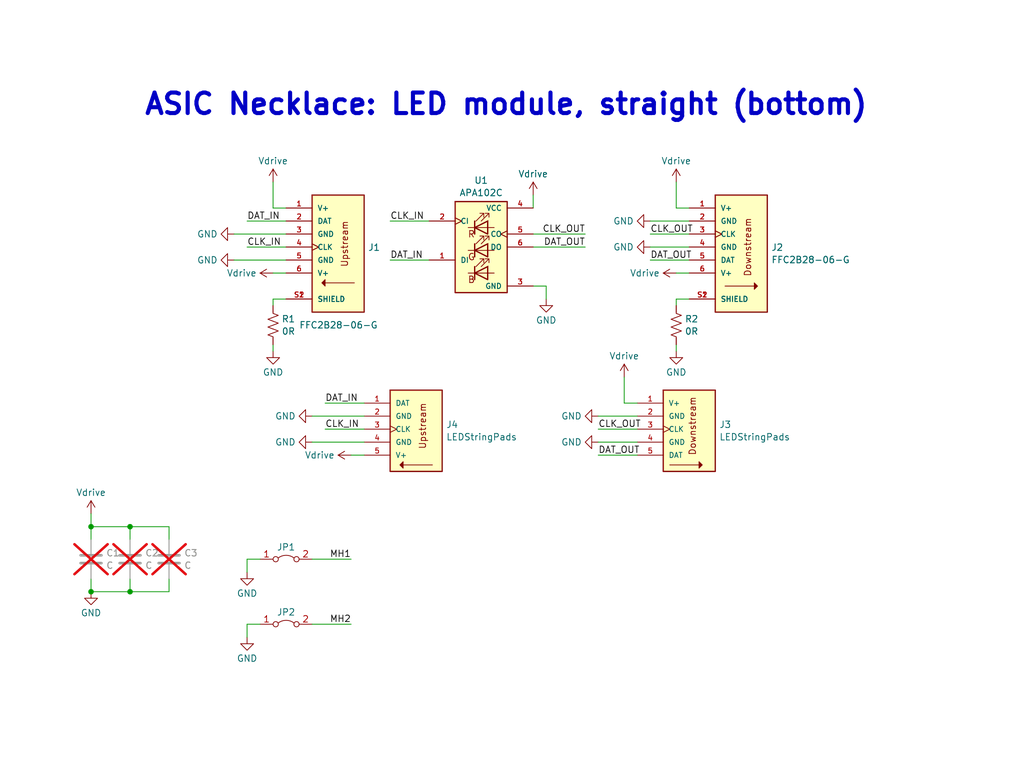
<source format=kicad_sch>
(kicad_sch (version 20230121) (generator eeschema)
  (paper "User" 200 150.012)
  (title_block (title "ASIC Necklace: LED module, straight (bottom)") (rev "1.1") (company "Psychogenic Technologies INC") (comment 1 "(C) 2023 Pat Deegan"))
  (lib_symbols
    (symbol "ASICTechno:APA102C" (pin_names (offset 1.016))
      (property "Reference" "U" (at -7.62 11.43 0))
      (property "Value" "APA102C" (at 0 -12.065 0))
      (symbol "APA102C_0_0"
        (rectangle (start -5.08 8.89) (end 5.08 -8.89) (stroke (width 0.254)) (fill (type background)))
        (text "G" (at -1.905 -1.905 0) (effects (font (size 1.27 1.27))))
        (text "R" (at -1.905 2.54 0) (effects (font (size 1.27 1.27))))
        (pin input line (at -10.16 -2.54 0) (length 5.08) (name "DI") (number "1"))
        (pin input clock (at -10.16 5.08 0) (length 5.08) (name "CI") (number "2"))
        (pin power_in line (at 10.16 -7.62 180) (length 5.08) (name "GND") (number "3"))
        (pin power_in line (at 10.16 7.62 180) (length 5.08) (name "VCC") (number "4"))
        (pin output line (at 10.16 0 180) (length 5.08) (name "DO") (number "6"))
      )
      (symbol "APA102C_0_1"
        (polyline (pts (xy -1.27 -5.08) (xy -2.54 -5.08)))
        (polyline (pts (xy -1.27 -5.08) (xy 1.27 -5.08)))
        (polyline (pts (xy -1.27 -3.81) (xy -1.27 -6.35)) (stroke (width 0.254)))
        (polyline (pts (xy -1.27 -0.635) (xy -2.54 -0.635)))
        (polyline (pts (xy -1.27 0.635) (xy -1.27 -1.905)) (stroke (width 0.254)))
        (polyline (pts (xy -1.27 3.81) (xy -2.54 3.81)))
        (polyline (pts (xy -1.27 3.81) (xy 1.27 3.81)))
        (polyline (pts (xy -1.27 5.08) (xy -1.27 2.54)) (stroke (width 0.254)))
        (polyline (pts (xy 1.27 -5.08) (xy 2.54 -5.08)))
        (polyline (pts (xy 1.27 -0.635) (xy -1.27 -0.635)))
        (polyline (pts (xy 1.27 -0.635) (xy 2.54 -0.635)))
        (polyline (pts (xy 1.27 3.81) (xy 2.54 3.81)))
        (polyline (pts (xy -1.27 0.635) (xy -1.27 -1.905) (xy -1.27 -1.905)))
        (polyline (pts (xy -1.27 5.08) (xy -1.27 2.54) (xy -1.27 2.54)))
        (polyline (pts (xy 1.27 -3.81) (xy 1.27 -6.35) (xy -1.27 -5.08) (xy 1.27 -3.81)) (stroke (width 0.254)))
        (polyline (pts (xy 1.27 0.635) (xy 1.27 -1.905) (xy -1.27 -0.635) (xy 1.27 0.635)) (stroke (width 0.254)))
        (polyline (pts (xy 1.27 5.08) (xy 1.27 2.54) (xy -1.27 3.81) (xy 1.27 5.08)) (stroke (width 0.254)))
        (polyline (pts (xy -1.016 -3.81) (xy 0.508 -2.286) (xy -0.254 -2.286) (xy 0.508 -2.286) (xy 0.508 -3.048)))
        (polyline (pts (xy -1.016 0.635) (xy 0.508 2.159) (xy -0.254 2.159) (xy 0.508 2.159) (xy 0.508 1.397)))
        (polyline (pts (xy -1.016 5.08) (xy 0.508 6.604) (xy -0.254 6.604) (xy 0.508 6.604) (xy 0.508 5.842)))
        (polyline (pts (xy 0 -3.81) (xy 1.524 -2.286) (xy 0.762 -2.286) (xy 1.524 -2.286) (xy 1.524 -3.048)))
        (polyline (pts (xy 0 0.635) (xy 1.524 2.159) (xy 0.762 2.159) (xy 1.524 2.159) (xy 1.524 1.397)))
        (polyline (pts (xy 0 5.08) (xy 1.524 6.604) (xy 0.762 6.604) (xy 1.524 6.604) (xy 1.524 5.842)))
        (rectangle (start 1.27 -1.905) (end 1.27 0.635))
        (rectangle (start 1.27 0.635) (end 1.27 0.635))
        (rectangle (start 1.27 2.54) (end 1.27 5.08))
        (rectangle (start 1.27 5.08) (end 1.27 5.08))
      )
      (symbol "APA102C_1_0"
        (text "B" (at -1.905 -6.35 0) (effects (font (size 1.27 1.27))))
        (pin output clock (at 10.16 2.54 180) (length 5.08) (name "CO") (number "5"))
      )
    )
    (symbol "ASICTechno:FFC_Downstream" (pin_names (offset 1.016))
      (property "Reference" "J" (at -5.08 10.922 0))
      (property "Value" "FFC2B28-06-G" (at -5.08 -15.24 0))
      (symbol "FFC_Downstream_0_0"
        (rectangle (start -5.08 -12.7) (end 5.08 10.16) (stroke (width 0.254)) (fill (type background)))
        (pin passive line (at -10.16 -10.16 0) (length 5.08) (name "SHIELD") (number "S1"))
        (pin passive line (at -10.16 -10.16 0) (length 5.08) (name "SHIELD") (number "S2"))
      )
      (symbol "FFC_Downstream_1_0"
        (pin passive line (at -10.16 7.62 0) (length 5.08) (name "V+") (number "1"))
        (pin passive line (at -10.16 5.08 0) (length 5.08) (name "GND") (number "2"))
        (pin output clock (at -10.16 2.54 0) (length 5.08) (name "CLK") (number "3"))
        (pin passive line (at -10.16 0 0) (length 5.08) (name "GND") (number "4"))
        (pin output line (at -10.16 -2.54 0) (length 5.08) (name "DAT") (number "5"))
        (pin passive line (at -10.16 -5.08 0) (length 5.08) (name "V+") (number "6"))
      )
      (symbol "FFC_Downstream_1_1"
        (polyline (pts (xy -3.175 -7.62) (xy 2.54 -7.62)))
        (polyline (pts (xy 3.175 -7.62) (xy 2.54 -6.985) (xy 2.54 -8.255) (xy 3.175 -7.62)) (fill (type outline)))
        (text "Downstream" (at 1.27 0 900) (effects (font (size 1.27 1.27))))
      )
    )
    (symbol "ASICTechno:FFC_Upstream" (pin_names (offset 1.016))
      (property "Reference" "J" (at -5.08 10.922 0))
      (property "Value" "FFC2B28-06-G" (at -5.08 -15.24 0))
      (symbol "FFC_Upstream_0_0"
        (rectangle (start -5.08 -12.7) (end 5.08 10.16) (stroke (width 0.254)) (fill (type background)))
        (pin passive line (at -10.16 -10.16 0) (length 5.08) (name "SHIELD") (number "S1"))
        (pin passive line (at -10.16 -10.16 0) (length 5.08) (name "SHIELD") (number "S2"))
      )
      (symbol "FFC_Upstream_1_0"
        (pin passive line (at -10.16 7.62 0) (length 5.08) (name "V+") (number "1"))
        (pin input line (at -10.16 5.08 0) (length 5.08) (name "DAT") (number "2"))
        (pin passive line (at -10.16 2.54 0) (length 5.08) (name "GND") (number "3"))
        (pin input clock (at -10.16 0 0) (length 5.08) (name "CLK") (number "4"))
        (pin passive line (at -10.16 -2.54 0) (length 5.08) (name "GND") (number "5"))
        (pin passive line (at -10.16 -5.08 0) (length 5.08) (name "V+") (number "6"))
      )
      (symbol "FFC_Upstream_1_1"
        (polyline (pts (xy 3.175 -6.985) (xy -2.54 -6.985)))
        (polyline (pts (xy -3.175 -6.985) (xy -2.54 -7.62) (xy -2.54 -6.35) (xy -3.175 -6.985)) (fill (type outline)))
        (text "Upstream" (at 1.27 0.635 900) (effects (font (size 1.27 1.27))))
      )
    )
    (symbol "ASICTechno:LEDStringPads_Down" (pin_names (offset 1.016)) (in_bom no)
      (property "Reference" "J" (at -5.08 10.922 0))
      (property "Value" "LEDStringPads" (at -6.35 -7.62 0))
      (symbol "LEDStringPads_Down_0_0"
        (rectangle (start -5.08 10.16) (end 5.08 -5.715) (stroke (width 0.254)) (fill (type background)))
      )
      (symbol "LEDStringPads_Down_1_0"
        (pin passive line (at -10.16 7.62 0) (length 5.08) (name "V+") (number "1"))
        (pin passive line (at -10.16 5.08 0) (length 5.08) (name "GND") (number "2"))
        (pin output clock (at -10.16 2.54 0) (length 5.08) (name "CLK") (number "3"))
        (pin passive line (at -10.16 0 0) (length 5.08) (name "GND") (number "4"))
        (pin output line (at -10.16 -2.54 0) (length 5.08) (name "DAT") (number "5"))
      )
      (symbol "LEDStringPads_Down_1_1"
        (polyline (pts (xy -3.81 -4.445) (xy 1.905 -4.445)))
        (polyline (pts (xy 2.54 -4.445) (xy 1.905 -3.81) (xy 1.905 -5.08) (xy 2.54 -4.445)) (fill (type outline)))
        (text "Downstream" (at 0.635 3.175 900) (effects (font (size 1.27 1.27))))
      )
    )
    (symbol "ASICTechno:LEDStringPads_Up" (pin_names (offset 1.016)) (in_bom no)
      (property "Reference" "J" (at -5.08 10.922 0))
      (property "Value" "LEDStringPads" (at -6.985 -10.16 0))
      (symbol "LEDStringPads_Up_0_0"
        (rectangle (start -5.08 7.62) (end 5.08 -8.255) (stroke (width 0.254)) (fill (type background)))
      )
      (symbol "LEDStringPads_Up_1_0"
        (pin input line (at -10.16 5.08 0) (length 5.08) (name "DAT") (number "1"))
        (pin passive line (at -10.16 2.54 0) (length 5.08) (name "GND") (number "2"))
        (pin input clock (at -10.16 0 0) (length 5.08) (name "CLK") (number "3"))
        (pin passive line (at -10.16 -2.54 0) (length 5.08) (name "GND") (number "4"))
        (pin passive line (at -10.16 -5.08 0) (length 5.08) (name "V+") (number "5"))
      )
      (symbol "LEDStringPads_Up_1_1"
        (polyline (pts (xy 3.175 -6.985) (xy -2.54 -6.985)))
        (polyline (pts (xy -3.175 -6.985) (xy -2.54 -7.62) (xy -2.54 -6.35) (xy -3.175 -6.985)) (fill (type outline)))
        (text "Upstream" (at 1.27 0.635 900) (effects (font (size 1.27 1.27))))
      )
    )
    (symbol "Device:C" (pin_numbers hide) (pin_names (offset 0.254))
      (property "Reference" "C" (at 0.635 2.54 0))
      (property "Value" "C" (at 0.635 -2.54 0))
      (symbol "C_0_1"
        (polyline (pts (xy -2.032 -0.762) (xy 2.032 -0.762)) (stroke (width 0.508)))
        (polyline (pts (xy -2.032 0.762) (xy 2.032 0.762)) (stroke (width 0.508)))
      )
      (symbol "C_1_1"
        (pin passive line (at 0 3.81 270) (length 2.794) (name "~") (number "1"))
        (pin passive line (at 0 -3.81 90) (length 2.794) (name "~") (number "2"))
      )
    )
    (symbol "Device:R_US" (pin_numbers hide) (pin_names (offset 0))
      (property "Reference" "R" (at 2.54 0 90))
      (property "Value" "R_US" (at -2.54 0 90))
      (symbol "R_US_0_1"
        (polyline (pts (xy 0 -2.286) (xy 0 -2.54)))
        (polyline (pts (xy 0 2.286) (xy 0 2.54)))
        (polyline (pts (xy 0 -0.762) (xy 1.016 -1.143) (xy 0 -1.524) (xy -1.016 -1.905) (xy 0 -2.286)))
        (polyline (pts (xy 0 0.762) (xy 1.016 0.381) (xy 0 0) (xy -1.016 -0.381) (xy 0 -0.762)))
        (polyline (pts (xy 0 2.286) (xy 1.016 1.905) (xy 0 1.524) (xy -1.016 1.143) (xy 0 0.762)))
      )
      (symbol "R_US_1_1"
        (pin passive line (at 0 3.81 270) (length 1.27) (name "~") (number "1"))
        (pin passive line (at 0 -3.81 90) (length 1.27) (name "~") (number "2"))
      )
    )
    (symbol "Jumper:Jumper_2_Bridged" (pin_names (offset 0) hide)
      (property "Reference" "JP" (at 0 1.905 0))
      (property "Value" "Jumper_2_Bridged" (at 0 -2.54 0))
      (symbol "Jumper_2_Bridged_0_0"
        (circle (center -2.032 0) (radius 0.508))
        (circle (center 2.032 0) (radius 0.508))
      )
      (symbol "Jumper_2_Bridged_0_1"
        (arc (start 1.524 0.254) (mid 0 0.762) (end -1.524 0.254))
      )
      (symbol "Jumper_2_Bridged_1_1"
        (pin passive line (at -5.08 0 0) (length 2.54) (name "A") (number "1"))
        (pin passive line (at 5.08 0 180) (length 2.54) (name "B") (number "2"))
      )
    )
    (symbol "power:GND" (power) (pin_names (offset 0))
      (property "Value" "GND" (at 0 -3.81 0))
      (symbol "GND_0_1"
        (polyline (pts (xy 0 0) (xy 0 -1.27) (xy 1.27 -1.27) (xy 0 -2.54) (xy -1.27 -1.27) (xy 0 -1.27)))
      )
      (symbol "GND_1_1"
        (pin power_in line (at 0 0 270) (length 0) hide (name "GND") (number "1"))
      )
    )
    (symbol "power:Vdrive" (power) (pin_names (offset 0))
      (property "Value" "Vdrive" (at 0 3.81 0))
      (symbol "Vdrive_0_1"
        (polyline (pts (xy -0.762 1.27) (xy 0 2.54)))
        (polyline (pts (xy 0 0) (xy 0 2.54)))
        (polyline (pts (xy 0 2.54) (xy 0.762 1.27)))
      )
      (symbol "Vdrive_1_1"
        (pin power_in line (at 0 0 90) (length 0) hide (name "Vdrive") (number "1"))
      )
    )
  )
  (junction (at 25.4 115.57))
  (junction (at 25.4 102.87))
  (junction (at 17.78 102.87))
  (junction (at 17.78 115.57))
  (wire (pts (xy 104.14 38.1) (xy 104.14 40.64)))
  (wire (pts (xy 53.34 58.42) (xy 55.88 58.42)))
  (wire (pts (xy 76.2 50.8) (xy 83.82 50.8)))
  (wire (pts (xy 104.14 55.88) (xy 106.68 55.88)))
  (wire (pts (xy 53.34 40.64) (xy 55.88 40.64)))
  (wire (pts (xy 132.08 58.42) (xy 134.62 58.42)))
  (wire (pts (xy 17.78 100.33) (xy 17.78 102.87)))
  (wire (pts (xy 132.08 59.69) (xy 132.08 58.42)))
  (wire (pts (xy 60.96 121.92) (xy 68.58 121.92)))
  (wire (pts (xy 60.96 81.28) (xy 71.12 81.28)))
  (wire (pts (xy 53.34 35.56) (xy 53.34 40.64)))
  (wire (pts (xy 63.5 83.82) (xy 71.12 83.82)))
  (wire (pts (xy 127 43.18) (xy 134.62 43.18)))
  (wire (pts (xy 116.84 86.36) (xy 124.46 86.36)))
  (wire (pts (xy 48.26 111.76) (xy 48.26 109.22)))
  (wire (pts (xy 104.14 45.72) (xy 114.3 45.72)))
  (wire (pts (xy 33.02 102.87) (xy 33.02 105.41)))
  (wire (pts (xy 33.02 115.57) (xy 33.02 113.03)))
  (wire (pts (xy 48.26 124.46) (xy 48.26 121.92)))
  (wire (pts (xy 121.92 78.74) (xy 124.46 78.74)))
  (wire (pts (xy 17.78 102.87) (xy 17.78 105.41)))
  (wire (pts (xy 104.14 48.26) (xy 114.3 48.26)))
  (wire (pts (xy 25.4 113.03) (xy 25.4 115.57)))
  (wire (pts (xy 25.4 102.87) (xy 33.02 102.87)))
  (wire (pts (xy 48.26 43.18) (xy 55.88 43.18)))
  (wire (pts (xy 63.5 78.74) (xy 71.12 78.74)))
  (wire (pts (xy 53.34 53.34) (xy 55.88 53.34)))
  (wire (pts (xy 48.26 48.26) (xy 55.88 48.26)))
  (wire (pts (xy 25.4 102.87) (xy 25.4 105.41)))
  (wire (pts (xy 116.84 83.82) (xy 124.46 83.82)))
  (wire (pts (xy 45.72 50.8) (xy 55.88 50.8)))
  (wire (pts (xy 132.08 40.64) (xy 134.62 40.64)))
  (wire (pts (xy 48.26 109.22) (xy 50.8 109.22)))
  (wire (pts (xy 48.26 121.92) (xy 50.8 121.92)))
  (wire (pts (xy 60.96 109.22) (xy 68.58 109.22)))
  (wire (pts (xy 53.34 68.58) (xy 53.34 67.31)))
  (wire (pts (xy 116.84 88.9) (xy 124.46 88.9)))
  (wire (pts (xy 116.84 81.28) (xy 124.46 81.28)))
  (wire (pts (xy 17.78 102.87) (xy 25.4 102.87)))
  (wire (pts (xy 127 45.72) (xy 134.62 45.72)))
  (wire (pts (xy 25.4 115.57) (xy 33.02 115.57)))
  (wire (pts (xy 132.08 68.58) (xy 132.08 67.31)))
  (wire (pts (xy 132.08 53.34) (xy 134.62 53.34)))
  (wire (pts (xy 60.96 86.36) (xy 71.12 86.36)))
  (wire (pts (xy 127 48.26) (xy 134.62 48.26)))
  (wire (pts (xy 127 50.8) (xy 134.62 50.8)))
  (wire (pts (xy 121.92 73.66) (xy 121.92 78.74)))
  (wire (pts (xy 132.08 35.56) (xy 132.08 40.64)))
  (wire (pts (xy 76.2 43.18) (xy 83.82 43.18)))
  (wire (pts (xy 17.78 113.03) (xy 17.78 115.57)))
  (wire (pts (xy 45.72 45.72) (xy 55.88 45.72)))
  (wire (pts (xy 68.58 88.9) (xy 71.12 88.9)))
  (wire (pts (xy 53.34 59.69) (xy 53.34 58.42)))
  (wire (pts (xy 106.68 55.88) (xy 106.68 58.42)))
  (wire (pts (xy 17.78 115.57) (xy 25.4 115.57)))
  (text "ASIC Necklace: LED module, straight (bottom)" (at 27.94 22.86 0) (effects (font (size 4 4) (thickness 0.8) bold) (justify left bottom)))
  (label "MH1" (at 68.58 109.22 180))
  (label "CLK_IN" (at 76.2 43.18 0))
  (label "DAT_OUT" (at 114.3 48.26 180))
  (label "DAT_OUT" (at 127 50.8 0))
  (label "MH2" (at 68.58 121.92 180))
  (label "DAT_IN" (at 48.26 43.18 0))
  (label "CLK_IN" (at 63.5 83.82 0))
  (label "DAT_OUT" (at 116.84 88.9 0))
  (label "CLK_OUT" (at 114.3 45.72 180))
  (label "CLK_IN" (at 48.26 48.26 0))
  (label "CLK_OUT" (at 116.84 83.82 0))
  (label "DAT_IN" (at 63.5 78.74 0))
  (label "DAT_IN" (at 76.2 50.8 0))
  (label "CLK_OUT" (at 127 45.72 0))
  (symbol (lib_id "power:GND") (at 45.72 45.72 270) (unit 1)
    (property "Reference" "#PWR04" (effects hide))
    (property "Value" "GND" (at 42.5451 45.72 90) (effects (justify right)))
  )
  (symbol (lib_id "power:GND") (at 60.96 81.28 270) (unit 1)
    (property "Reference" "#PWR015" (effects hide))
    (property "Value" "GND" (at 57.7851 81.28 90) (effects (justify right)))
  )
  (symbol (lib_id "power:GND") (at 116.84 86.36 270) (unit 1)
    (property "Reference" "#PWR019" (effects hide))
    (property "Value" "GND" (at 113.6651 86.36 90) (effects (justify right)))
  )
  (symbol (lib_id "Device:C") (at 25.4 109.22 0) (unit 1) (dnp yes)
    (property "Reference" "C2" (at 28.321 108.0079 0) (effects (justify left)))
    (property "Value" "C" (at 28.321 110.4321 0) (effects (justify left)))
    (property "Footprint" "Capacitor_SMD:C_0603_1608Metric" (effects hide))
  )
  (symbol (lib_id "power:GND") (at 127 48.26 270) (unit 1)
    (property "Reference" "#PWR09" (effects hide))
    (property "Value" "GND" (at 123.8251 48.26 90) (effects (justify right)))
  )
  (symbol (lib_id "Device:R_US") (at 53.34 63.5 0) (unit 1)
    (property "Reference" "R1" (at 54.991 62.2879 0) (effects (justify left)))
    (property "Value" "0R" (at 54.991 64.7121 0) (effects (justify left)))
    (property "Footprint" "Capacitor_SMD:C_0603_1608Metric" (effects hide))
    (property "DIGIKEYPN" "RMCF0603ZT0R00CT-ND" (effects hide))
    (property "DigiKey_Part_Number" "RMCF0603ZT0R00" (effects hide))
  )
  (symbol (lib_id "power:Vdrive") (at 53.34 35.56 0) (unit 1)
    (property "Reference" "#PWR03" (effects hide))
    (property "Value" "Vdrive" (at 53.34 31.4269 0))
  )
  (symbol (lib_id "ASICTechno:FFC_Upstream") (at 66.04 48.26 0) (unit 1)
    (property "Reference" "J1" (at 71.882 48.3179 0) (effects (justify left)))
    (property "Value" "FFC2B28-06-G" (at 58.42 63.5 0) (effects (justify left)))
    (property "Footprint" "ASICTechno:GCT_FFC2B28-06-G" (effects hide))
    (property "DigiKey_Part_Number" "2073-FFC2B28-06-GCT-ND" (effects hide))
    (property "PARTREV" "A" (effects hide))
    (property "MPN" "FFC2B28-06-G" (effects hide))
  )
  (symbol (lib_id "power:GND") (at 60.96 86.36 270) (unit 1)
    (property "Reference" "#PWR016" (effects hide))
    (property "Value" "GND" (at 57.7851 86.36 90) (effects (justify right)))
  )
  (symbol (lib_id "power:GND") (at 53.34 68.58 0) (unit 1)
    (property "Reference" "#PWR07" (effects hide))
    (property "Value" "GND" (at 53.34 72.7131 0))
  )
  (symbol (lib_id "power:Vdrive") (at 104.14 38.1 0) (unit 1)
    (property "Reference" "#PWR014" (effects hide))
    (property "Value" "Vdrive" (at 104.14 33.9669 0))
  )
  (symbol (lib_id "power:Vdrive") (at 53.34 53.34 90) (unit 1)
    (property "Reference" "#PWR06" (effects hide))
    (property "Value" "Vdrive" (at 50.165 53.34 90) (effects (justify left)))
  )
  (symbol (lib_id "power:GND") (at 127 43.18 270) (unit 1)
    (property "Reference" "#PWR08" (effects hide))
    (property "Value" "GND" (at 123.8251 43.18 90) (effects (justify right)))
  )
  (symbol (lib_id "ASICTechno:APA102C") (at 93.98 48.26 0) (unit 1)
    (property "Reference" "U1" (at 93.98 35.2257 0))
    (property "Value" "APA102C" (at 93.98 37.6499 0))
    (property "Footprint" "ASICTechno:SON160P500X500X140-6N" (effects hide))
    (property "Datasheet" "https://cdn-shop.adafruit.com/product-files/2477/APA102C-iPixelLED.pdf" (effects hide))
    (property "MF" "iPixel LED Shiji Lighting" (effects hide))
    (property "MPN" "APA102C" (effects hide))
    (property "DIGIKEYPN" "2007-BL-HBGR32L-3-TRB-8CT-ND" (effects hide))
  )
  (symbol (lib_id "power:GND") (at 132.08 68.58 0) (unit 1)
    (property "Reference" "#PWR012" (effects hide))
    (property "Value" "GND" (at 132.08 72.7131 0))
  )
  (symbol (lib_id "power:Vdrive") (at 132.08 35.56 0) (unit 1)
    (property "Reference" "#PWR010" (effects hide))
    (property "Value" "Vdrive" (at 132.08 31.4269 0))
  )
  (symbol (lib_id "ASICTechno:LEDStringPads_Up") (at 81.28 83.82 0) (unit 1) (in_bom no)
    (property "Reference" "J4" (at 87.122 82.9254 0) (effects (justify left)))
    (property "Value" "LEDStringPads" (at 87.122 85.3496 0) (effects (justify left)))
    (property "Footprint" "ASICTechno:LEDStringPads" (effects hide))
  )
  (symbol (lib_id "Device:R_US") (at 132.08 63.5 0) (unit 1)
    (property "Reference" "R2" (at 133.731 62.2879 0) (effects (justify left)))
    (property "Value" "0R" (at 133.731 64.7121 0) (effects (justify left)))
    (property "Footprint" "Capacitor_SMD:C_0603_1608Metric" (effects hide))
    (property "DIGIKEYPN" "RMCF0603ZT0R00CT-ND" (effects hide))
    (property "DigiKey_Part_Number" "RMCF0603ZT0R00" (effects hide))
  )
  (symbol (lib_id "power:GND") (at 116.84 81.28 270) (unit 1)
    (property "Reference" "#PWR018" (effects hide))
    (property "Value" "GND" (at 113.6651 81.28 90) (effects (justify right)))
  )
  (symbol (lib_id "ASICTechno:FFC_Downstream") (at 144.78 48.26 0) (unit 1)
    (property "Reference" "J2" (at 150.622 48.3179 0) (effects (justify left)))
    (property "Value" "FFC2B28-06-G" (at 150.622 50.7421 0) (effects (justify left)))
    (property "Footprint" "ASICTechno:GCT_FFC2B28-06-G" (effects hide))
    (property "DigiKey_Part_Number" "2073-FFC2B28-06-GCT-ND" (effects hide))
    (property "PARTREV" "A" (effects hide))
    (property "MPN" "FFC2B28-06-G" (effects hide))
  )
  (symbol (lib_id "power:GND") (at 48.26 124.46 0) (unit 1)
    (property "Reference" "#PWR022" (effects hide))
    (property "Value" "GND" (at 48.26 128.5931 0))
  )
  (symbol (lib_id "power:GND") (at 45.72 50.8 270) (unit 1)
    (property "Reference" "#PWR05" (effects hide))
    (property "Value" "GND" (at 42.5451 50.8 90) (effects (justify right)))
  )
  (symbol (lib_id "ASICTechno:LEDStringPads_Down") (at 134.62 86.36 0) (unit 1) (in_bom no)
    (property "Reference" "J3" (at 140.462 82.9254 0) (effects (justify left)))
    (property "Value" "LEDStringPads" (at 140.462 85.3496 0) (effects (justify left)))
    (property "Footprint" "ASICTechno:LEDStringPads" (effects hide))
  )
  (symbol (lib_id "power:Vdrive") (at 121.92 73.66 0) (unit 1)
    (property "Reference" "#PWR020" (effects hide))
    (property "Value" "Vdrive" (at 121.92 69.5269 0))
  )
  (symbol (lib_id "Device:C") (at 17.78 109.22 0) (unit 1) (dnp yes)
    (property "Reference" "C1" (at 20.701 108.0079 0) (effects (justify left)))
    (property "Value" "C" (at 20.701 110.4321 0) (effects (justify left)))
    (property "Footprint" "Capacitor_SMD:C_0805_2012Metric" (effects hide))
  )
  (symbol (lib_id "Jumper:Jumper_2_Bridged") (at 55.88 121.92 0) (unit 1) (in_bom no)
    (property "Reference" "JP2" (at 55.88 119.5649 0))
    (property "Value" "Jumper_2_Bridged" (effects hide))
    (property "Footprint" "Jumper:SolderJumper-2_P1.3mm_Bridged_RoundedPad1.0x1.5mm" (effects hide))
  )
  (symbol (lib_id "power:Vdrive") (at 17.78 100.33 0) (unit 1)
    (property "Reference" "#PWR01" (effects hide))
    (property "Value" "Vdrive" (at 17.78 96.1969 0))
  )
  (symbol (lib_id "power:GND") (at 48.26 111.76 0) (unit 1)
    (property "Reference" "#PWR021" (effects hide))
    (property "Value" "GND" (at 48.26 115.8931 0))
  )
  (symbol (lib_id "Jumper:Jumper_2_Bridged") (at 55.88 109.22 0) (unit 1) (in_bom no)
    (property "Reference" "JP1" (at 55.88 106.8649 0))
    (property "Value" "Jumper_2_Bridged" (effects hide))
    (property "Footprint" "Jumper:SolderJumper-2_P1.3mm_Bridged_RoundedPad1.0x1.5mm" (effects hide))
  )
  (symbol (lib_id "power:Vdrive") (at 68.58 88.9 90) (unit 1)
    (property "Reference" "#PWR017" (effects hide))
    (property "Value" "Vdrive" (at 65.405 88.9 90) (effects (justify left)))
  )
  (symbol (lib_id "Device:C") (at 33.02 109.22 0) (unit 1) (dnp yes)
    (property "Reference" "C3" (at 35.941 108.0079 0) (effects (justify left)))
    (property "Value" "C" (at 35.941 110.4321 0) (effects (justify left)))
    (property "Footprint" "Capacitor_SMD:C_0402_1005Metric" (effects hide))
  )
  (symbol (lib_id "power:GND") (at 106.68 58.42 0) (unit 1)
    (property "Reference" "#PWR013" (effects hide))
    (property "Value" "GND" (at 106.68 62.5531 0))
  )
  (symbol (lib_id "power:Vdrive") (at 132.08 53.34 90) (unit 1)
    (property "Reference" "#PWR011" (effects hide))
    (property "Value" "Vdrive" (at 128.905 53.34 90) (effects (justify left)))
  )
  (symbol (lib_id "power:GND") (at 17.78 115.57 0) (unit 1)
    (property "Reference" "#PWR02" (effects hide))
    (property "Value" "GND" (at 17.78 119.7031 0))
  )
)
</source>
